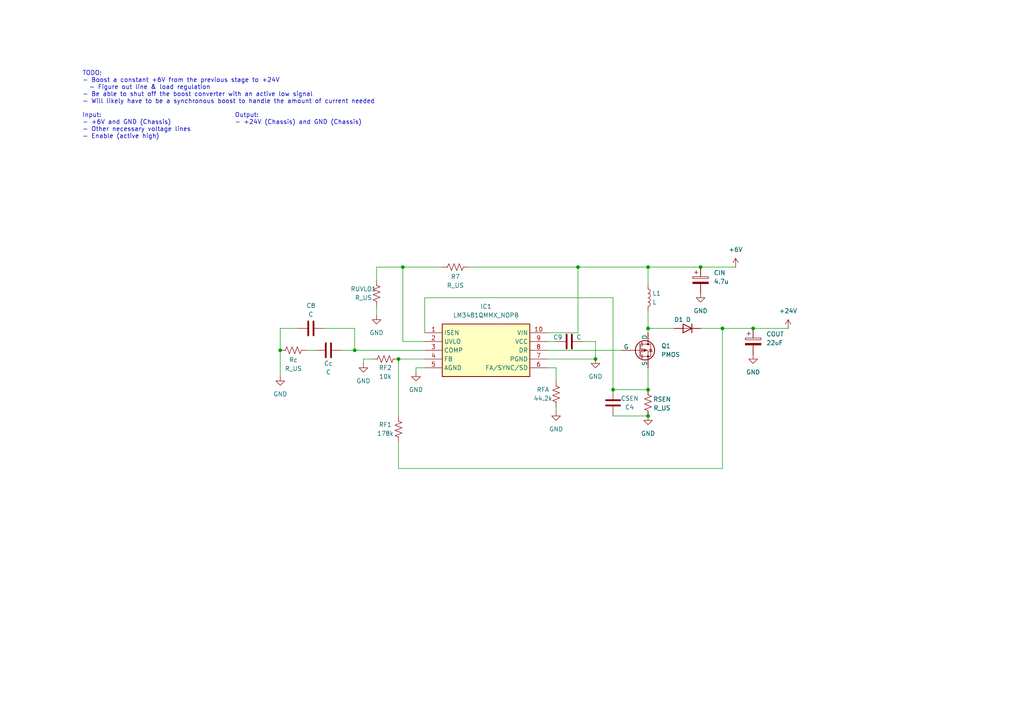
<source format=kicad_sch>
(kicad_sch (version 20231120) (generator "eeschema") (generator_version "8.0")
  (paper "A4")
  (title_block (title "Output Boost (Stage 2)") (date "2025-02-12") (rev "1") (company "UT Robomaster") (comment 1 "Robomaster"))
  (lib_symbols
    (symbol "Boost2:LM3481QMMX_NOPB"
      (property "Reference" "IC" (at 31.75 7.62 0))
      (property "Value" "LM3481QMMX_NOPB" (at 31.75 5.08 0))
      (symbol "LM3481QMMX_NOPB_1_1"
        (rectangle (start 5.08 2.54) (end 30.48 -12.7) (stroke (width 0.254)) (fill (type background)))
        (pin passive line (at 0 0 0) (length 5.08) (name "ISEN") (number "1"))
        (pin passive line (at 35.56 0 180) (length 5.08) (name "VIN") (number "10"))
        (pin passive line (at 0 -2.54 0) (length 5.08) (name "UVLO") (number "2"))
        (pin passive line (at 0 -5.08 0) (length 5.08) (name "COMP") (number "3"))
        (pin passive line (at 0 -7.62 0) (length 5.08) (name "FB") (number "4"))
        (pin passive line (at 0 -10.16 0) (length 5.08) (name "AGND") (number "5"))
        (pin passive line (at 35.56 -10.16 180) (length 5.08) (name "FA/SYNC/SD") (number "6"))
        (pin passive line (at 35.56 -7.62 180) (length 5.08) (name "PGND") (number "7"))
        (pin passive line (at 35.56 -5.08 180) (length 5.08) (name "DR") (number "8"))
        (pin passive line (at 35.56 -2.54 180) (length 5.08) (name "VCC") (number "9"))
      )
    )
    (symbol "Device:C" (pin_numbers hide) (pin_names (offset 0.254))
      (property "Reference" "C" (at 0.635 2.54 0))
      (property "Value" "C" (at 0.635 -2.54 0))
      (symbol "C_0_1"
        (polyline (pts (xy -2.032 -0.762) (xy 2.032 -0.762)) (stroke (width 0.508)))
        (polyline (pts (xy -2.032 0.762) (xy 2.032 0.762)) (stroke (width 0.508)))
      )
      (symbol "C_1_1"
        (pin passive line (at 0 3.81 270) (length 2.794) (name "~") (number "1"))
        (pin passive line (at 0 -3.81 90) (length 2.794) (name "~") (number "2"))
      )
    )
    (symbol "Device:C_Polarized" (pin_numbers hide) (pin_names (offset 0.254))
      (property "Reference" "C" (at 0.635 2.54 0))
      (property "Value" "C_Polarized" (at 0.635 -2.54 0))
      (symbol "C_Polarized_0_1"
        (rectangle (start -2.286 0.508) (end 2.286 1.016))
        (polyline (pts (xy -1.778 2.286) (xy -0.762 2.286)))
        (polyline (pts (xy -1.27 2.794) (xy -1.27 1.778)))
        (rectangle (start 2.286 -0.508) (end -2.286 -1.016) (fill (type outline)))
      )
      (symbol "C_Polarized_1_1"
        (pin passive line (at 0 3.81 270) (length 2.794) (name "~") (number "1"))
        (pin passive line (at 0 -3.81 90) (length 2.794) (name "~") (number "2"))
      )
    )
    (symbol "Device:D" (pin_numbers hide) (pin_names (offset 1.016) hide)
      (property "Reference" "D" (at 0 2.54 0))
      (property "Value" "D" (at 0 -2.54 0))
      (symbol "D_0_1"
        (polyline (pts (xy -1.27 1.27) (xy -1.27 -1.27)) (stroke (width 0.254)))
        (polyline (pts (xy 1.27 0) (xy -1.27 0)))
        (polyline (pts (xy 1.27 1.27) (xy 1.27 -1.27) (xy -1.27 0) (xy 1.27 1.27)) (stroke (width 0.254)))
      )
      (symbol "D_1_1"
        (pin passive line (at -3.81 0 0) (length 2.54) (name "K") (number "1"))
        (pin passive line (at 3.81 0 180) (length 2.54) (name "A") (number "2"))
      )
    )
    (symbol "Device:L" (pin_numbers hide) (pin_names (offset 1.016) hide)
      (property "Reference" "L" (at -1.27 0 90))
      (property "Value" "L" (at 1.905 0 90))
      (symbol "L_0_1"
        (arc (start 0 -2.54) (mid 0.6323 -1.905) (end 0 -1.27))
        (arc (start 0 -1.27) (mid 0.6323 -0.635) (end 0 0))
        (arc (start 0 0) (mid 0.6323 0.635) (end 0 1.27))
        (arc (start 0 1.27) (mid 0.6323 1.905) (end 0 2.54))
      )
      (symbol "L_1_1"
        (pin passive line (at 0 3.81 270) (length 1.27) (name "1") (number "1"))
        (pin passive line (at 0 -3.81 90) (length 1.27) (name "2") (number "2"))
      )
    )
    (symbol "Device:R_US" (pin_numbers hide) (pin_names (offset 0))
      (property "Reference" "R" (at 2.54 0 90))
      (property "Value" "R_US" (at -2.54 0 90))
      (symbol "R_US_0_1"
        (polyline (pts (xy 0 -2.286) (xy 0 -2.54)))
        (polyline (pts (xy 0 2.286) (xy 0 2.54)))
        (polyline (pts (xy 0 -0.762) (xy 1.016 -1.143) (xy 0 -1.524) (xy -1.016 -1.905) (xy 0 -2.286)))
        (polyline (pts (xy 0 0.762) (xy 1.016 0.381) (xy 0 0) (xy -1.016 -0.381) (xy 0 -0.762)))
        (polyline (pts (xy 0 2.286) (xy 1.016 1.905) (xy 0 1.524) (xy -1.016 1.143) (xy 0 0.762)))
      )
      (symbol "R_US_1_1"
        (pin passive line (at 0 3.81 270) (length 1.27) (name "~") (number "1"))
        (pin passive line (at 0 -3.81 90) (length 1.27) (name "~") (number "2"))
      )
    )
    (symbol "Simulation_SPICE:PMOS" (pin_numbers hide) (pin_names (offset 0))
      (property "Reference" "Q" (at 5.08 1.27 0))
      (property "Value" "PMOS" (at 5.08 -1.27 0))
      (symbol "PMOS_0_1"
        (polyline (pts (xy 0.254 0) (xy -2.54 0)))
        (polyline (pts (xy 0.254 1.905) (xy 0.254 -1.905)) (stroke (width 0.254)))
        (polyline (pts (xy 0.762 -1.27) (xy 0.762 -2.286)) (stroke (width 0.254)))
        (polyline (pts (xy 0.762 0.508) (xy 0.762 -0.508)) (stroke (width 0.254)))
        (polyline (pts (xy 0.762 2.286) (xy 0.762 1.27)) (stroke (width 0.254)))
        (polyline (pts (xy 2.54 2.54) (xy 2.54 1.778)))
        (polyline (pts (xy 2.54 -2.54) (xy 2.54 0) (xy 0.762 0)))
        (polyline (pts (xy 0.762 1.778) (xy 3.302 1.778) (xy 3.302 -1.778) (xy 0.762 -1.778)))
        (polyline (pts (xy 2.286 0) (xy 1.27 0.381) (xy 1.27 -0.381) (xy 2.286 0)) (fill (type outline)))
        (polyline (pts (xy 2.794 -0.508) (xy 2.921 -0.381) (xy 3.683 -0.381) (xy 3.81 -0.254)))
        (polyline (pts (xy 3.302 -0.381) (xy 2.921 0.254) (xy 3.683 0.254) (xy 3.302 -0.381)))
        (circle (center 1.651 0) (radius 2.794) (stroke (width 0.254)))
        (circle (center 2.54 -1.778) (radius 0.254) (fill (type outline)))
        (circle (center 2.54 1.778) (radius 0.254) (fill (type outline)))
      )
      (symbol "PMOS_1_1"
        (pin passive line (at 2.54 5.08 270) (length 2.54) (name "D") (number "1"))
        (pin input line (at -5.08 0 0) (length 2.54) (name "G") (number "2"))
        (pin passive line (at 2.54 -5.08 90) (length 2.54) (name "S") (number "3"))
      )
    )
    (symbol "power:+24V" (power) (pin_numbers hide) (pin_names (offset 0) hide)
      (property "Value" "+24V" (at 0 3.556 0))
      (symbol "+24V_0_1"
        (polyline (pts (xy -0.762 1.27) (xy 0 2.54)))
        (polyline (pts (xy 0 0) (xy 0 2.54)))
        (polyline (pts (xy 0 2.54) (xy 0.762 1.27)))
      )
      (symbol "+24V_1_1"
        (pin power_in line (at 0 0 90) (length 0) (name "~") (number "1"))
      )
    )
    (symbol "power:+6V" (power) (pin_numbers hide) (pin_names (offset 0) hide)
      (property "Value" "+6V" (at 0 3.556 0))
      (symbol "+6V_0_1"
        (polyline (pts (xy -0.762 1.27) (xy 0 2.54)))
        (polyline (pts (xy 0 0) (xy 0 2.54)))
        (polyline (pts (xy 0 2.54) (xy 0.762 1.27)))
      )
      (symbol "+6V_1_1"
        (pin power_in line (at 0 0 90) (length 0) (name "~") (number "1"))
      )
    )
    (symbol "power:GND" (power) (pin_numbers hide) (pin_names (offset 0) hide)
      (property "Value" "GND" (at 0 -3.81 0))
      (symbol "GND_0_1"
        (polyline (pts (xy 0 0) (xy 0 -1.27) (xy 1.27 -1.27) (xy 0 -2.54) (xy -1.27 -1.27) (xy 0 -1.27)))
      )
      (symbol "GND_1_1"
        (pin power_in line (at 0 0 270) (length 0) (name "~") (number "1"))
      )
    )
  )
  (junction (at 187.96 77.47))
  (junction (at 218.44 95.25))
  (junction (at 102.87 101.6))
  (junction (at 81.28 101.6))
  (junction (at 187.96 95.25))
  (junction (at 172.72 104.14))
  (junction (at 187.96 120.65))
  (junction (at 177.8 113.03))
  (junction (at 209.55 95.25))
  (junction (at 187.96 113.03))
  (junction (at 203.2 77.47))
  (junction (at 116.84 77.47))
  (junction (at 115.57 104.14))
  (junction (at 167.64 77.47))
  (wire (pts (xy 177.8 86.36) (xy 177.8 113.03)))
  (wire (pts (xy 158.75 101.6) (xy 180.34 101.6)))
  (wire (pts (xy 123.19 99.06) (xy 116.84 99.06)))
  (wire (pts (xy 177.8 113.03) (xy 187.96 113.03)))
  (wire (pts (xy 177.8 120.65) (xy 187.96 120.65)))
  (wire (pts (xy 161.29 119.38) (xy 161.29 118.11)))
  (wire (pts (xy 102.87 95.25) (xy 102.87 101.6)))
  (wire (pts (xy 123.19 86.36) (xy 177.8 86.36)))
  (wire (pts (xy 109.22 77.47) (xy 109.22 81.28)))
  (wire (pts (xy 120.65 107.95) (xy 120.65 106.68)))
  (wire (pts (xy 115.57 128.27) (xy 115.57 135.89)))
  (wire (pts (xy 105.41 105.41) (xy 105.41 104.14)))
  (wire (pts (xy 172.72 104.14) (xy 158.75 104.14)))
  (wire (pts (xy 209.55 135.89) (xy 209.55 95.25)))
  (wire (pts (xy 88.9 101.6) (xy 91.44 101.6)))
  (wire (pts (xy 123.19 96.52) (xy 123.19 86.36)))
  (wire (pts (xy 116.84 77.47) (xy 109.22 77.47)))
  (wire (pts (xy 81.28 109.22) (xy 81.28 101.6)))
  (wire (pts (xy 161.29 106.68) (xy 161.29 110.49)))
  (wire (pts (xy 228.6 95.25) (xy 218.44 95.25)))
  (wire (pts (xy 116.84 99.06) (xy 116.84 77.47)))
  (wire (pts (xy 115.57 104.14) (xy 123.19 104.14)))
  (wire (pts (xy 187.96 95.25) (xy 187.96 96.52)))
  (wire (pts (xy 172.72 99.06) (xy 172.72 104.14)))
  (wire (pts (xy 109.22 88.9) (xy 109.22 91.44)))
  (wire (pts (xy 213.36 77.47) (xy 203.2 77.47)))
  (wire (pts (xy 115.57 135.89) (xy 209.55 135.89)))
  (wire (pts (xy 105.41 104.14) (xy 107.95 104.14)))
  (wire (pts (xy 203.2 77.47) (xy 187.96 77.47)))
  (wire (pts (xy 81.28 95.25) (xy 81.28 101.6)))
  (wire (pts (xy 187.96 77.47) (xy 167.64 77.47)))
  (wire (pts (xy 158.75 106.68) (xy 161.29 106.68)))
  (wire (pts (xy 128.27 77.47) (xy 116.84 77.47)))
  (wire (pts (xy 218.44 95.25) (xy 209.55 95.25)))
  (wire (pts (xy 187.96 106.68) (xy 187.96 113.03)))
  (wire (pts (xy 187.96 90.17) (xy 187.96 95.25)))
  (wire (pts (xy 158.75 99.06) (xy 161.29 99.06)))
  (wire (pts (xy 187.96 82.55) (xy 187.96 77.47)))
  (wire (pts (xy 102.87 101.6) (xy 99.06 101.6)))
  (wire (pts (xy 195.58 95.25) (xy 187.96 95.25)))
  (wire (pts (xy 115.57 120.65) (xy 115.57 104.14)))
  (wire (pts (xy 120.65 106.68) (xy 123.19 106.68)))
  (wire (pts (xy 86.36 95.25) (xy 81.28 95.25)))
  (wire (pts (xy 167.64 77.47) (xy 167.64 96.52)))
  (wire (pts (xy 203.2 95.25) (xy 209.55 95.25)))
  (wire (pts (xy 168.91 99.06) (xy 172.72 99.06)))
  (wire (pts (xy 93.98 95.25) (xy 102.87 95.25)))
  (wire (pts (xy 123.19 101.6) (xy 102.87 101.6)))
  (wire (pts (xy 135.89 77.47) (xy 167.64 77.47)))
  (wire (pts (xy 167.64 96.52) (xy 158.75 96.52)))
  (text "Input:\n- +6V and GND (Chassis)\n- Other necessary voltage lines\n- Enable (active high)" (at 23.876 32.766 0) (effects (font (size 1.27 1.27)) (justify left top)))
  (text "Output:\n- +24V (Chassis) and GND (Chassis)" (at 68.072 32.766 0) (effects (font (size 1.27 1.27)) (justify left top)))
  (text "TODO:\n- Boost a constant +6V from the previous stage to +24V\n  - Figure out line & load regulation\n- Be able to shut off the boost converter with an active low signal\n- Will likely have to be a synchronous boost to handle the amount of current needed" (at 23.876 20.574 0) (effects (font (size 1.27 1.27)) (justify left top)))
  (symbol (lib_id "Device:R_US") (at 85.09 101.6 90) (unit 1)
    (property "Reference" "Rc" (at 85.09 104.394 90))
    (property "Value" "R_US" (at 85.09 106.934 90))
    (property "Description" "Resistor, US symbol" (effects (hide yes)))
  )
  (symbol (lib_id "Device:D") (at 199.39 95.25 180) (unit 1)
    (property "Reference" "D1" (at 196.85 92.71 0))
    (property "Value" "D" (at 199.644 92.71 0))
    (property "Description" "Diode" (effects (hide yes)))
    (property "Sim.Device" "D" (effects (hide yes)))
    (property "Sim.Pins" "1=K 2=A" (effects (hide yes)))
  )
  (symbol (lib_id "power:GND") (at 218.44 102.87 0) (unit 1)
    (property "Reference" "#PWR010" (effects (hide yes)))
    (property "Value" "GND" (at 218.44 107.95 0))
    (property "Description" "Power symbol creates a global label with name \"GND\" , ground" (effects (hide yes)))
  )
  (symbol (lib_id "Device:R_US") (at 111.76 104.14 90) (unit 1)
    (property "Reference" "RF2" (at 111.76 106.68 90))
    (property "Value" "10k" (at 111.76 109.22 90))
    (property "Description" "Resistor, US symbol" (effects (hide yes)))
  )
  (symbol (lib_id "Device:C") (at 177.8 116.84 180) (unit 1)
    (property "Reference" "C4" (at 182.626 118.11 0))
    (property "Value" "CSEN" (at 182.626 115.57 0))
    (property "Description" "Unpolarized capacitor" (effects (hide yes)))
  )
  (symbol (lib_id "power:+24V") (at 228.6 95.25 0) (unit 1)
    (property "Reference" "#PWR011" (effects (hide yes)))
    (property "Value" "+24V" (at 228.6 90.17 0))
    (property "Description" "Power symbol creates a global label with name \"+24V\"" (effects (hide yes)))
  )
  (symbol (lib_id "power:GND") (at 81.28 109.22 0) (unit 1)
    (property "Reference" "#PWR03" (effects (hide yes)))
    (property "Value" "GND" (at 81.28 114.3 0))
    (property "Description" "Power symbol creates a global label with name \"GND\" , ground" (effects (hide yes)))
  )
  (symbol (lib_id "power:GND") (at 203.2 85.09 0) (unit 1)
    (property "Reference" "#PWR09" (effects (hide yes)))
    (property "Value" "GND" (at 203.2 90.17 0))
    (property "Description" "Power symbol creates a global label with name \"GND\" , ground" (effects (hide yes)))
  )
  (symbol (lib_id "Boost2:LM3481QMMX_NOPB") (at 123.19 96.52 0) (unit 1)
    (property "Reference" "IC1" (at 140.97 88.9 0))
    (property "Value" "LM3481QMMX_NOPB" (at 140.97 91.44 0))
    (property "Footprint" "SOP50P490X110-10N" (effects (hide yes)))
    (property "Datasheet" "http://www.ti.com/lit/gpn/lm3481-q1" (effects (hide yes)))
    (property "Description" "48V Wide Vin High-Efficiency Controller for Boost, SEPIC and Flyback DC-DC Converters" (effects (hide yes)))
    (property "Height" "1.1" (effects (hide yes)))
    (property "Mouser Part Number" "926-LM3481QMMX/NOPB" (effects (hide yes)))
    (property "Mouser Price/Stock" "https://www.mouser.co.uk/ProductDetail/Texas-Instruments/LM3481QMMX-NOPB?qs=8BDZloOR%252BZE5%2FtFknMmJWg%3D%3D" (effects (hide yes)))
    (property "Manufacturer_Name" "Texas Instruments" (effects (hide yes)))
    (property "Manufacturer_Part_Number" "LM3481QMMX/NOPB" (effects (hide yes)))
  )
  (symbol (lib_id "Device:R_US") (at 161.29 114.3 0) (unit 1)
    (property "Reference" "RFA" (at 157.48 113.03 0))
    (property "Value" "44.2k" (at 157.48 115.57 0))
    (property "Description" "Resistor, US symbol" (effects (hide yes)))
  )
  (symbol (lib_id "power:GND") (at 172.72 104.14 0) (unit 1)
    (property "Reference" "#PWR06" (effects (hide yes)))
    (property "Value" "GND" (at 172.72 109.22 0))
    (property "Description" "Power symbol creates a global label with name \"GND\" , ground" (effects (hide yes)))
  )
  (symbol (lib_id "Device:C") (at 165.1 99.06 90) (unit 1)
    (property "Reference" "C9" (at 161.798 97.79 90))
    (property "Value" "C" (at 167.894 97.79 90))
    (property "Description" "Unpolarized capacitor" (effects (hide yes)))
  )
  (symbol (lib_id "Device:R_US") (at 109.22 85.09 0) (unit 1)
    (property "Reference" "RUVLO1" (at 105.41 83.82 0))
    (property "Value" "R_US" (at 105.41 86.36 0))
    (property "Description" "Resistor, US symbol" (effects (hide yes)))
  )
  (symbol (lib_id "power:GND") (at 187.96 120.65 0) (unit 1)
    (property "Reference" "#PWR07" (effects (hide yes)))
    (property "Value" "GND" (at 187.96 125.73 0))
    (property "Description" "Power symbol creates a global label with name \"GND\" , ground" (effects (hide yes)))
  )
  (symbol (lib_id "power:GND") (at 105.41 105.41 0) (unit 1)
    (property "Reference" "#PWR02" (effects (hide yes)))
    (property "Value" "GND" (at 105.41 110.49 0))
    (property "Description" "Power symbol creates a global label with name \"GND\" , ground" (effects (hide yes)))
  )
  (symbol (lib_id "Device:C_Polarized") (at 203.2 81.28 0) (unit 1)
    (property "Reference" "CIN" (at 207.01 79.1209 0) (effects (justify left)))
    (property "Value" "4.7u" (at 207.01 81.6609 0) (effects (justify left)))
    (property "Description" "Polarized capacitor" (effects (hide yes)))
  )
  (symbol (lib_id "power:+6V") (at 213.36 77.47 0) (unit 1)
    (property "Reference" "#PWR08" (effects (hide yes)))
    (property "Value" "+6V" (at 213.36 72.39 0))
    (property "Description" "Power symbol creates a global label with name \"+6V\"" (effects (hide yes)))
  )
  (symbol (lib_id "power:GND") (at 161.29 119.38 0) (unit 1)
    (property "Reference" "#PWR04" (effects (hide yes)))
    (property "Value" "GND" (at 161.29 124.46 0))
    (property "Description" "Power symbol creates a global label with name \"GND\" , ground" (effects (hide yes)))
  )
  (symbol (lib_id "power:GND") (at 120.65 107.95 0) (unit 1)
    (property "Reference" "#PWR01" (effects (hide yes)))
    (property "Value" "GND" (at 120.65 113.03 0))
    (property "Description" "Power symbol creates a global label with name \"GND\" , ground" (effects (hide yes)))
  )
  (symbol (lib_id "Device:R_US") (at 115.57 124.46 0) (unit 1)
    (property "Reference" "RF1" (at 111.76 123.19 0))
    (property "Value" "178k" (at 111.76 125.73 0))
    (property "Description" "Resistor, US symbol" (effects (hide yes)))
  )
  (symbol (lib_id "Device:C") (at 90.17 95.25 90) (unit 1)
    (property "Reference" "C8" (at 90.17 88.646 90))
    (property "Value" "C" (at 90.17 91.186 90))
    (property "Description" "Unpolarized capacitor" (effects (hide yes)))
  )
  (symbol (lib_id "Device:R_US") (at 132.08 77.47 90) (unit 1)
    (property "Reference" "R7" (at 132.08 80.264 90))
    (property "Value" "R_US" (at 132.08 82.804 90))
    (property "Description" "Resistor, US symbol" (effects (hide yes)))
  )
  (symbol (lib_id "Simulation_SPICE:PMOS") (at 185.42 101.6 0) (unit 1)
    (property "Reference" "Q1" (at 191.77 100.3299 0) (effects (justify left)))
    (property "Value" "PMOS" (at 191.77 102.8699 0) (effects (justify left)))
    (property "Datasheet" "https://ngspice.sourceforge.io/docs/ngspice-html-manual/manual.xhtml#cha_MOSFETs" (effects (hide yes)))
    (property "Description" "P-MOSFET transistor, drain/source/gate" (effects (hide yes)))
    (property "Sim.Device" "PMOS" (effects (hide yes)))
    (property "Sim.Type" "VDMOS" (effects (hide yes)))
    (property "Sim.Pins" "1=D 2=G 3=S" (effects (hide yes)))
  )
  (symbol (lib_id "Device:C_Polarized") (at 218.44 99.06 0) (unit 1)
    (property "Reference" "COUT" (at 222.25 96.9009 0) (effects (justify left)))
    (property "Value" "22uF" (at 222.25 99.4409 0) (effects (justify left)))
    (property "Description" "Polarized capacitor" (effects (hide yes)))
  )
  (symbol (lib_id "Device:L") (at 187.96 86.36 0) (unit 1)
    (property "Reference" "L1" (at 189.23 85.0899 0) (effects (justify left)))
    (property "Value" "L" (at 189.23 87.6299 0) (effects (justify left)))
    (property "Description" "Inductor" (effects (hide yes)))
  )
  (symbol (lib_id "power:GND") (at 109.22 91.44 0) (unit 1)
    (property "Reference" "#PWR05" (effects (hide yes)))
    (property "Value" "GND" (at 109.22 96.52 0))
    (property "Description" "Power symbol creates a global label with name \"GND\" , ground" (effects (hide yes)))
  )
  (symbol (lib_id "Device:R_US") (at 187.96 116.84 0) (unit 1)
    (property "Reference" "RSEN" (at 192.024 115.824 0))
    (property "Value" "R_US" (at 192.024 118.364 0))
    (property "Description" "Resistor, US symbol" (effects (hide yes)))
  )
  (symbol (lib_id "Device:C") (at 95.25 101.6 90) (unit 1)
    (property "Reference" "Cc" (at 95.25 105.41 90))
    (property "Value" "C" (at 95.25 107.95 90))
    (property "Description" "Unpolarized capacitor" (effects (hide yes)))
  )
)
</source>
